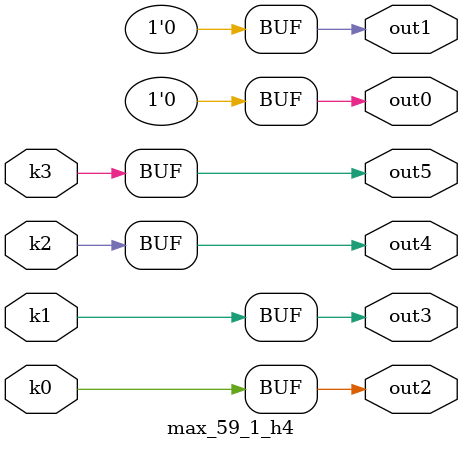
<source format=v>
module max_59_1(pi00, pi01, pi02, pi03, pi04, pi05, pi06, pi07, pi08, pi09, po0, po1, po2, po3, po4, po5);
input pi00, pi01, pi02, pi03, pi04, pi05, pi06, pi07, pi08, pi09;
output po0, po1, po2, po3, po4, po5;
wire k0, k1, k2, k3;
max_59_1_w4 DUT1 (pi00, pi01, pi02, pi03, pi04, pi05, pi06, pi07, pi08, pi09, k0, k1, k2, k3);
max_59_1_h4 DUT2 (k0, k1, k2, k3, po0, po1, po2, po3, po4, po5);
endmodule

module max_59_1_w4(in9, in8, in7, in6, in5, in4, in3, in2, in1, in0, k3, k2, k1, k0);
input in9, in8, in7, in6, in5, in4, in3, in2, in1, in0;
output k3, k2, k1, k0;
assign k0 =   in0 ? ~in7 : ~in3;
assign k1 =   in0 ? ~in8 : ~in4;
assign k2 =   in0 ? ~in9 : ~in5;
assign k3 =   (((in9 & (~in5 | ~in1)) | (~in5 & ~in1)) & (in6 | ~in2) & (in7 | ~in3) & (in8 | ~in4)) | ((in6 | ~in2) & ((in8 & ~in4 & (in7 | ~in3)) | (in7 & ~in3))) | (in6 & ~in2);
endmodule

module max_59_1_h4(k3, k2, k1, k0, out5, out4, out3, out2, out1, out0);
input k3, k2, k1, k0;
output out5, out4, out3, out2, out1, out0;
assign out0 = 0;
assign out1 = 0;
assign out2 = k0;
assign out3 = k1;
assign out4 = k2;
assign out5 = k3;
endmodule

</source>
